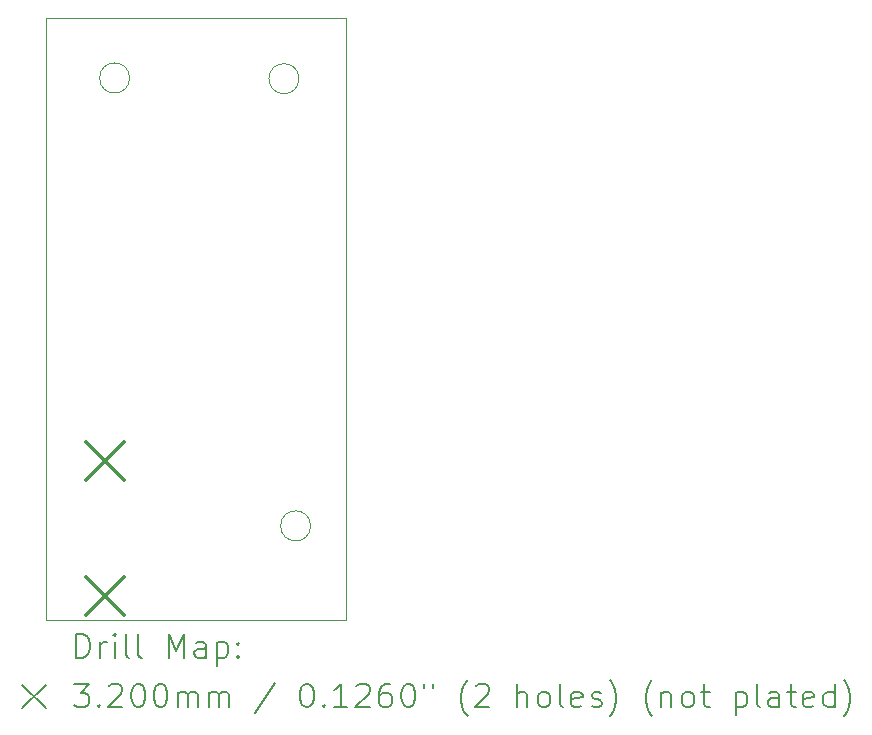
<source format=gbr>
%TF.GenerationSoftware,KiCad,Pcbnew,7.0.9*%
%TF.CreationDate,2023-12-13T17:14:32-05:00*%
%TF.ProjectId,Light Pcb,4c696768-7420-4506-9362-2e6b69636164,rev?*%
%TF.SameCoordinates,Original*%
%TF.FileFunction,Drillmap*%
%TF.FilePolarity,Positive*%
%FSLAX45Y45*%
G04 Gerber Fmt 4.5, Leading zero omitted, Abs format (unit mm)*
G04 Created by KiCad (PCBNEW 7.0.9) date 2023-12-13 17:14:32*
%MOMM*%
%LPD*%
G01*
G04 APERTURE LIST*
%ADD10C,0.100000*%
%ADD11C,0.200000*%
%ADD12C,0.320000*%
G04 APERTURE END LIST*
D10*
X11129000Y-8996000D02*
G75*
G03*
X11129000Y-8996000I-127000J0D01*
G01*
X11030000Y-5210000D02*
G75*
G03*
X11030000Y-5210000I-127000J0D01*
G01*
X9596000Y-5204000D02*
G75*
G03*
X9596000Y-5204000I-127000J0D01*
G01*
X8890000Y-4699000D02*
X11430000Y-4699000D01*
X11430000Y-9796000D01*
X8890000Y-9796000D01*
X8890000Y-4699000D01*
D11*
D12*
X9230000Y-8287750D02*
X9550000Y-8607750D01*
X9550000Y-8287750D02*
X9230000Y-8607750D01*
X9230000Y-9430750D02*
X9550000Y-9750750D01*
X9550000Y-9430750D02*
X9230000Y-9750750D01*
D11*
X9145777Y-10112484D02*
X9145777Y-9912484D01*
X9145777Y-9912484D02*
X9193396Y-9912484D01*
X9193396Y-9912484D02*
X9221967Y-9922008D01*
X9221967Y-9922008D02*
X9241015Y-9941055D01*
X9241015Y-9941055D02*
X9250539Y-9960103D01*
X9250539Y-9960103D02*
X9260063Y-9998198D01*
X9260063Y-9998198D02*
X9260063Y-10026770D01*
X9260063Y-10026770D02*
X9250539Y-10064865D01*
X9250539Y-10064865D02*
X9241015Y-10083912D01*
X9241015Y-10083912D02*
X9221967Y-10102960D01*
X9221967Y-10102960D02*
X9193396Y-10112484D01*
X9193396Y-10112484D02*
X9145777Y-10112484D01*
X9345777Y-10112484D02*
X9345777Y-9979150D01*
X9345777Y-10017246D02*
X9355301Y-9998198D01*
X9355301Y-9998198D02*
X9364824Y-9988674D01*
X9364824Y-9988674D02*
X9383872Y-9979150D01*
X9383872Y-9979150D02*
X9402920Y-9979150D01*
X9469586Y-10112484D02*
X9469586Y-9979150D01*
X9469586Y-9912484D02*
X9460063Y-9922008D01*
X9460063Y-9922008D02*
X9469586Y-9931531D01*
X9469586Y-9931531D02*
X9479110Y-9922008D01*
X9479110Y-9922008D02*
X9469586Y-9912484D01*
X9469586Y-9912484D02*
X9469586Y-9931531D01*
X9593396Y-10112484D02*
X9574348Y-10102960D01*
X9574348Y-10102960D02*
X9564824Y-10083912D01*
X9564824Y-10083912D02*
X9564824Y-9912484D01*
X9698158Y-10112484D02*
X9679110Y-10102960D01*
X9679110Y-10102960D02*
X9669586Y-10083912D01*
X9669586Y-10083912D02*
X9669586Y-9912484D01*
X9926729Y-10112484D02*
X9926729Y-9912484D01*
X9926729Y-9912484D02*
X9993396Y-10055341D01*
X9993396Y-10055341D02*
X10060063Y-9912484D01*
X10060063Y-9912484D02*
X10060063Y-10112484D01*
X10241015Y-10112484D02*
X10241015Y-10007722D01*
X10241015Y-10007722D02*
X10231491Y-9988674D01*
X10231491Y-9988674D02*
X10212444Y-9979150D01*
X10212444Y-9979150D02*
X10174348Y-9979150D01*
X10174348Y-9979150D02*
X10155301Y-9988674D01*
X10241015Y-10102960D02*
X10221967Y-10112484D01*
X10221967Y-10112484D02*
X10174348Y-10112484D01*
X10174348Y-10112484D02*
X10155301Y-10102960D01*
X10155301Y-10102960D02*
X10145777Y-10083912D01*
X10145777Y-10083912D02*
X10145777Y-10064865D01*
X10145777Y-10064865D02*
X10155301Y-10045817D01*
X10155301Y-10045817D02*
X10174348Y-10036293D01*
X10174348Y-10036293D02*
X10221967Y-10036293D01*
X10221967Y-10036293D02*
X10241015Y-10026770D01*
X10336253Y-9979150D02*
X10336253Y-10179150D01*
X10336253Y-9988674D02*
X10355301Y-9979150D01*
X10355301Y-9979150D02*
X10393396Y-9979150D01*
X10393396Y-9979150D02*
X10412444Y-9988674D01*
X10412444Y-9988674D02*
X10421967Y-9998198D01*
X10421967Y-9998198D02*
X10431491Y-10017246D01*
X10431491Y-10017246D02*
X10431491Y-10074389D01*
X10431491Y-10074389D02*
X10421967Y-10093436D01*
X10421967Y-10093436D02*
X10412444Y-10102960D01*
X10412444Y-10102960D02*
X10393396Y-10112484D01*
X10393396Y-10112484D02*
X10355301Y-10112484D01*
X10355301Y-10112484D02*
X10336253Y-10102960D01*
X10517205Y-10093436D02*
X10526729Y-10102960D01*
X10526729Y-10102960D02*
X10517205Y-10112484D01*
X10517205Y-10112484D02*
X10507682Y-10102960D01*
X10507682Y-10102960D02*
X10517205Y-10093436D01*
X10517205Y-10093436D02*
X10517205Y-10112484D01*
X10517205Y-9988674D02*
X10526729Y-9998198D01*
X10526729Y-9998198D02*
X10517205Y-10007722D01*
X10517205Y-10007722D02*
X10507682Y-9998198D01*
X10507682Y-9998198D02*
X10517205Y-9988674D01*
X10517205Y-9988674D02*
X10517205Y-10007722D01*
X8685000Y-10341000D02*
X8885000Y-10541000D01*
X8885000Y-10341000D02*
X8685000Y-10541000D01*
X9126729Y-10332484D02*
X9250539Y-10332484D01*
X9250539Y-10332484D02*
X9183872Y-10408674D01*
X9183872Y-10408674D02*
X9212444Y-10408674D01*
X9212444Y-10408674D02*
X9231491Y-10418198D01*
X9231491Y-10418198D02*
X9241015Y-10427722D01*
X9241015Y-10427722D02*
X9250539Y-10446770D01*
X9250539Y-10446770D02*
X9250539Y-10494389D01*
X9250539Y-10494389D02*
X9241015Y-10513436D01*
X9241015Y-10513436D02*
X9231491Y-10522960D01*
X9231491Y-10522960D02*
X9212444Y-10532484D01*
X9212444Y-10532484D02*
X9155301Y-10532484D01*
X9155301Y-10532484D02*
X9136253Y-10522960D01*
X9136253Y-10522960D02*
X9126729Y-10513436D01*
X9336253Y-10513436D02*
X9345777Y-10522960D01*
X9345777Y-10522960D02*
X9336253Y-10532484D01*
X9336253Y-10532484D02*
X9326729Y-10522960D01*
X9326729Y-10522960D02*
X9336253Y-10513436D01*
X9336253Y-10513436D02*
X9336253Y-10532484D01*
X9421967Y-10351531D02*
X9431491Y-10342008D01*
X9431491Y-10342008D02*
X9450539Y-10332484D01*
X9450539Y-10332484D02*
X9498158Y-10332484D01*
X9498158Y-10332484D02*
X9517205Y-10342008D01*
X9517205Y-10342008D02*
X9526729Y-10351531D01*
X9526729Y-10351531D02*
X9536253Y-10370579D01*
X9536253Y-10370579D02*
X9536253Y-10389627D01*
X9536253Y-10389627D02*
X9526729Y-10418198D01*
X9526729Y-10418198D02*
X9412444Y-10532484D01*
X9412444Y-10532484D02*
X9536253Y-10532484D01*
X9660063Y-10332484D02*
X9679110Y-10332484D01*
X9679110Y-10332484D02*
X9698158Y-10342008D01*
X9698158Y-10342008D02*
X9707682Y-10351531D01*
X9707682Y-10351531D02*
X9717205Y-10370579D01*
X9717205Y-10370579D02*
X9726729Y-10408674D01*
X9726729Y-10408674D02*
X9726729Y-10456293D01*
X9726729Y-10456293D02*
X9717205Y-10494389D01*
X9717205Y-10494389D02*
X9707682Y-10513436D01*
X9707682Y-10513436D02*
X9698158Y-10522960D01*
X9698158Y-10522960D02*
X9679110Y-10532484D01*
X9679110Y-10532484D02*
X9660063Y-10532484D01*
X9660063Y-10532484D02*
X9641015Y-10522960D01*
X9641015Y-10522960D02*
X9631491Y-10513436D01*
X9631491Y-10513436D02*
X9621967Y-10494389D01*
X9621967Y-10494389D02*
X9612444Y-10456293D01*
X9612444Y-10456293D02*
X9612444Y-10408674D01*
X9612444Y-10408674D02*
X9621967Y-10370579D01*
X9621967Y-10370579D02*
X9631491Y-10351531D01*
X9631491Y-10351531D02*
X9641015Y-10342008D01*
X9641015Y-10342008D02*
X9660063Y-10332484D01*
X9850539Y-10332484D02*
X9869586Y-10332484D01*
X9869586Y-10332484D02*
X9888634Y-10342008D01*
X9888634Y-10342008D02*
X9898158Y-10351531D01*
X9898158Y-10351531D02*
X9907682Y-10370579D01*
X9907682Y-10370579D02*
X9917205Y-10408674D01*
X9917205Y-10408674D02*
X9917205Y-10456293D01*
X9917205Y-10456293D02*
X9907682Y-10494389D01*
X9907682Y-10494389D02*
X9898158Y-10513436D01*
X9898158Y-10513436D02*
X9888634Y-10522960D01*
X9888634Y-10522960D02*
X9869586Y-10532484D01*
X9869586Y-10532484D02*
X9850539Y-10532484D01*
X9850539Y-10532484D02*
X9831491Y-10522960D01*
X9831491Y-10522960D02*
X9821967Y-10513436D01*
X9821967Y-10513436D02*
X9812444Y-10494389D01*
X9812444Y-10494389D02*
X9802920Y-10456293D01*
X9802920Y-10456293D02*
X9802920Y-10408674D01*
X9802920Y-10408674D02*
X9812444Y-10370579D01*
X9812444Y-10370579D02*
X9821967Y-10351531D01*
X9821967Y-10351531D02*
X9831491Y-10342008D01*
X9831491Y-10342008D02*
X9850539Y-10332484D01*
X10002920Y-10532484D02*
X10002920Y-10399150D01*
X10002920Y-10418198D02*
X10012444Y-10408674D01*
X10012444Y-10408674D02*
X10031491Y-10399150D01*
X10031491Y-10399150D02*
X10060063Y-10399150D01*
X10060063Y-10399150D02*
X10079110Y-10408674D01*
X10079110Y-10408674D02*
X10088634Y-10427722D01*
X10088634Y-10427722D02*
X10088634Y-10532484D01*
X10088634Y-10427722D02*
X10098158Y-10408674D01*
X10098158Y-10408674D02*
X10117205Y-10399150D01*
X10117205Y-10399150D02*
X10145777Y-10399150D01*
X10145777Y-10399150D02*
X10164825Y-10408674D01*
X10164825Y-10408674D02*
X10174348Y-10427722D01*
X10174348Y-10427722D02*
X10174348Y-10532484D01*
X10269586Y-10532484D02*
X10269586Y-10399150D01*
X10269586Y-10418198D02*
X10279110Y-10408674D01*
X10279110Y-10408674D02*
X10298158Y-10399150D01*
X10298158Y-10399150D02*
X10326729Y-10399150D01*
X10326729Y-10399150D02*
X10345777Y-10408674D01*
X10345777Y-10408674D02*
X10355301Y-10427722D01*
X10355301Y-10427722D02*
X10355301Y-10532484D01*
X10355301Y-10427722D02*
X10364825Y-10408674D01*
X10364825Y-10408674D02*
X10383872Y-10399150D01*
X10383872Y-10399150D02*
X10412444Y-10399150D01*
X10412444Y-10399150D02*
X10431491Y-10408674D01*
X10431491Y-10408674D02*
X10441015Y-10427722D01*
X10441015Y-10427722D02*
X10441015Y-10532484D01*
X10831491Y-10322960D02*
X10660063Y-10580103D01*
X11088634Y-10332484D02*
X11107682Y-10332484D01*
X11107682Y-10332484D02*
X11126729Y-10342008D01*
X11126729Y-10342008D02*
X11136253Y-10351531D01*
X11136253Y-10351531D02*
X11145777Y-10370579D01*
X11145777Y-10370579D02*
X11155301Y-10408674D01*
X11155301Y-10408674D02*
X11155301Y-10456293D01*
X11155301Y-10456293D02*
X11145777Y-10494389D01*
X11145777Y-10494389D02*
X11136253Y-10513436D01*
X11136253Y-10513436D02*
X11126729Y-10522960D01*
X11126729Y-10522960D02*
X11107682Y-10532484D01*
X11107682Y-10532484D02*
X11088634Y-10532484D01*
X11088634Y-10532484D02*
X11069587Y-10522960D01*
X11069587Y-10522960D02*
X11060063Y-10513436D01*
X11060063Y-10513436D02*
X11050539Y-10494389D01*
X11050539Y-10494389D02*
X11041015Y-10456293D01*
X11041015Y-10456293D02*
X11041015Y-10408674D01*
X11041015Y-10408674D02*
X11050539Y-10370579D01*
X11050539Y-10370579D02*
X11060063Y-10351531D01*
X11060063Y-10351531D02*
X11069587Y-10342008D01*
X11069587Y-10342008D02*
X11088634Y-10332484D01*
X11241015Y-10513436D02*
X11250539Y-10522960D01*
X11250539Y-10522960D02*
X11241015Y-10532484D01*
X11241015Y-10532484D02*
X11231491Y-10522960D01*
X11231491Y-10522960D02*
X11241015Y-10513436D01*
X11241015Y-10513436D02*
X11241015Y-10532484D01*
X11441015Y-10532484D02*
X11326729Y-10532484D01*
X11383872Y-10532484D02*
X11383872Y-10332484D01*
X11383872Y-10332484D02*
X11364825Y-10361055D01*
X11364825Y-10361055D02*
X11345777Y-10380103D01*
X11345777Y-10380103D02*
X11326729Y-10389627D01*
X11517206Y-10351531D02*
X11526729Y-10342008D01*
X11526729Y-10342008D02*
X11545777Y-10332484D01*
X11545777Y-10332484D02*
X11593396Y-10332484D01*
X11593396Y-10332484D02*
X11612444Y-10342008D01*
X11612444Y-10342008D02*
X11621967Y-10351531D01*
X11621967Y-10351531D02*
X11631491Y-10370579D01*
X11631491Y-10370579D02*
X11631491Y-10389627D01*
X11631491Y-10389627D02*
X11621967Y-10418198D01*
X11621967Y-10418198D02*
X11507682Y-10532484D01*
X11507682Y-10532484D02*
X11631491Y-10532484D01*
X11802920Y-10332484D02*
X11764825Y-10332484D01*
X11764825Y-10332484D02*
X11745777Y-10342008D01*
X11745777Y-10342008D02*
X11736253Y-10351531D01*
X11736253Y-10351531D02*
X11717206Y-10380103D01*
X11717206Y-10380103D02*
X11707682Y-10418198D01*
X11707682Y-10418198D02*
X11707682Y-10494389D01*
X11707682Y-10494389D02*
X11717206Y-10513436D01*
X11717206Y-10513436D02*
X11726729Y-10522960D01*
X11726729Y-10522960D02*
X11745777Y-10532484D01*
X11745777Y-10532484D02*
X11783872Y-10532484D01*
X11783872Y-10532484D02*
X11802920Y-10522960D01*
X11802920Y-10522960D02*
X11812444Y-10513436D01*
X11812444Y-10513436D02*
X11821967Y-10494389D01*
X11821967Y-10494389D02*
X11821967Y-10446770D01*
X11821967Y-10446770D02*
X11812444Y-10427722D01*
X11812444Y-10427722D02*
X11802920Y-10418198D01*
X11802920Y-10418198D02*
X11783872Y-10408674D01*
X11783872Y-10408674D02*
X11745777Y-10408674D01*
X11745777Y-10408674D02*
X11726729Y-10418198D01*
X11726729Y-10418198D02*
X11717206Y-10427722D01*
X11717206Y-10427722D02*
X11707682Y-10446770D01*
X11945777Y-10332484D02*
X11964825Y-10332484D01*
X11964825Y-10332484D02*
X11983872Y-10342008D01*
X11983872Y-10342008D02*
X11993396Y-10351531D01*
X11993396Y-10351531D02*
X12002920Y-10370579D01*
X12002920Y-10370579D02*
X12012444Y-10408674D01*
X12012444Y-10408674D02*
X12012444Y-10456293D01*
X12012444Y-10456293D02*
X12002920Y-10494389D01*
X12002920Y-10494389D02*
X11993396Y-10513436D01*
X11993396Y-10513436D02*
X11983872Y-10522960D01*
X11983872Y-10522960D02*
X11964825Y-10532484D01*
X11964825Y-10532484D02*
X11945777Y-10532484D01*
X11945777Y-10532484D02*
X11926729Y-10522960D01*
X11926729Y-10522960D02*
X11917206Y-10513436D01*
X11917206Y-10513436D02*
X11907682Y-10494389D01*
X11907682Y-10494389D02*
X11898158Y-10456293D01*
X11898158Y-10456293D02*
X11898158Y-10408674D01*
X11898158Y-10408674D02*
X11907682Y-10370579D01*
X11907682Y-10370579D02*
X11917206Y-10351531D01*
X11917206Y-10351531D02*
X11926729Y-10342008D01*
X11926729Y-10342008D02*
X11945777Y-10332484D01*
X12088634Y-10332484D02*
X12088634Y-10370579D01*
X12164825Y-10332484D02*
X12164825Y-10370579D01*
X12460063Y-10608674D02*
X12450539Y-10599150D01*
X12450539Y-10599150D02*
X12431491Y-10570579D01*
X12431491Y-10570579D02*
X12421968Y-10551531D01*
X12421968Y-10551531D02*
X12412444Y-10522960D01*
X12412444Y-10522960D02*
X12402920Y-10475341D01*
X12402920Y-10475341D02*
X12402920Y-10437246D01*
X12402920Y-10437246D02*
X12412444Y-10389627D01*
X12412444Y-10389627D02*
X12421968Y-10361055D01*
X12421968Y-10361055D02*
X12431491Y-10342008D01*
X12431491Y-10342008D02*
X12450539Y-10313436D01*
X12450539Y-10313436D02*
X12460063Y-10303912D01*
X12526729Y-10351531D02*
X12536253Y-10342008D01*
X12536253Y-10342008D02*
X12555301Y-10332484D01*
X12555301Y-10332484D02*
X12602920Y-10332484D01*
X12602920Y-10332484D02*
X12621968Y-10342008D01*
X12621968Y-10342008D02*
X12631491Y-10351531D01*
X12631491Y-10351531D02*
X12641015Y-10370579D01*
X12641015Y-10370579D02*
X12641015Y-10389627D01*
X12641015Y-10389627D02*
X12631491Y-10418198D01*
X12631491Y-10418198D02*
X12517206Y-10532484D01*
X12517206Y-10532484D02*
X12641015Y-10532484D01*
X12879110Y-10532484D02*
X12879110Y-10332484D01*
X12964825Y-10532484D02*
X12964825Y-10427722D01*
X12964825Y-10427722D02*
X12955301Y-10408674D01*
X12955301Y-10408674D02*
X12936253Y-10399150D01*
X12936253Y-10399150D02*
X12907682Y-10399150D01*
X12907682Y-10399150D02*
X12888634Y-10408674D01*
X12888634Y-10408674D02*
X12879110Y-10418198D01*
X13088634Y-10532484D02*
X13069587Y-10522960D01*
X13069587Y-10522960D02*
X13060063Y-10513436D01*
X13060063Y-10513436D02*
X13050539Y-10494389D01*
X13050539Y-10494389D02*
X13050539Y-10437246D01*
X13050539Y-10437246D02*
X13060063Y-10418198D01*
X13060063Y-10418198D02*
X13069587Y-10408674D01*
X13069587Y-10408674D02*
X13088634Y-10399150D01*
X13088634Y-10399150D02*
X13117206Y-10399150D01*
X13117206Y-10399150D02*
X13136253Y-10408674D01*
X13136253Y-10408674D02*
X13145777Y-10418198D01*
X13145777Y-10418198D02*
X13155301Y-10437246D01*
X13155301Y-10437246D02*
X13155301Y-10494389D01*
X13155301Y-10494389D02*
X13145777Y-10513436D01*
X13145777Y-10513436D02*
X13136253Y-10522960D01*
X13136253Y-10522960D02*
X13117206Y-10532484D01*
X13117206Y-10532484D02*
X13088634Y-10532484D01*
X13269587Y-10532484D02*
X13250539Y-10522960D01*
X13250539Y-10522960D02*
X13241015Y-10503912D01*
X13241015Y-10503912D02*
X13241015Y-10332484D01*
X13421968Y-10522960D02*
X13402920Y-10532484D01*
X13402920Y-10532484D02*
X13364825Y-10532484D01*
X13364825Y-10532484D02*
X13345777Y-10522960D01*
X13345777Y-10522960D02*
X13336253Y-10503912D01*
X13336253Y-10503912D02*
X13336253Y-10427722D01*
X13336253Y-10427722D02*
X13345777Y-10408674D01*
X13345777Y-10408674D02*
X13364825Y-10399150D01*
X13364825Y-10399150D02*
X13402920Y-10399150D01*
X13402920Y-10399150D02*
X13421968Y-10408674D01*
X13421968Y-10408674D02*
X13431491Y-10427722D01*
X13431491Y-10427722D02*
X13431491Y-10446770D01*
X13431491Y-10446770D02*
X13336253Y-10465817D01*
X13507682Y-10522960D02*
X13526730Y-10532484D01*
X13526730Y-10532484D02*
X13564825Y-10532484D01*
X13564825Y-10532484D02*
X13583872Y-10522960D01*
X13583872Y-10522960D02*
X13593396Y-10503912D01*
X13593396Y-10503912D02*
X13593396Y-10494389D01*
X13593396Y-10494389D02*
X13583872Y-10475341D01*
X13583872Y-10475341D02*
X13564825Y-10465817D01*
X13564825Y-10465817D02*
X13536253Y-10465817D01*
X13536253Y-10465817D02*
X13517206Y-10456293D01*
X13517206Y-10456293D02*
X13507682Y-10437246D01*
X13507682Y-10437246D02*
X13507682Y-10427722D01*
X13507682Y-10427722D02*
X13517206Y-10408674D01*
X13517206Y-10408674D02*
X13536253Y-10399150D01*
X13536253Y-10399150D02*
X13564825Y-10399150D01*
X13564825Y-10399150D02*
X13583872Y-10408674D01*
X13660063Y-10608674D02*
X13669587Y-10599150D01*
X13669587Y-10599150D02*
X13688634Y-10570579D01*
X13688634Y-10570579D02*
X13698158Y-10551531D01*
X13698158Y-10551531D02*
X13707682Y-10522960D01*
X13707682Y-10522960D02*
X13717206Y-10475341D01*
X13717206Y-10475341D02*
X13717206Y-10437246D01*
X13717206Y-10437246D02*
X13707682Y-10389627D01*
X13707682Y-10389627D02*
X13698158Y-10361055D01*
X13698158Y-10361055D02*
X13688634Y-10342008D01*
X13688634Y-10342008D02*
X13669587Y-10313436D01*
X13669587Y-10313436D02*
X13660063Y-10303912D01*
X14021968Y-10608674D02*
X14012444Y-10599150D01*
X14012444Y-10599150D02*
X13993396Y-10570579D01*
X13993396Y-10570579D02*
X13983872Y-10551531D01*
X13983872Y-10551531D02*
X13974349Y-10522960D01*
X13974349Y-10522960D02*
X13964825Y-10475341D01*
X13964825Y-10475341D02*
X13964825Y-10437246D01*
X13964825Y-10437246D02*
X13974349Y-10389627D01*
X13974349Y-10389627D02*
X13983872Y-10361055D01*
X13983872Y-10361055D02*
X13993396Y-10342008D01*
X13993396Y-10342008D02*
X14012444Y-10313436D01*
X14012444Y-10313436D02*
X14021968Y-10303912D01*
X14098158Y-10399150D02*
X14098158Y-10532484D01*
X14098158Y-10418198D02*
X14107682Y-10408674D01*
X14107682Y-10408674D02*
X14126730Y-10399150D01*
X14126730Y-10399150D02*
X14155301Y-10399150D01*
X14155301Y-10399150D02*
X14174349Y-10408674D01*
X14174349Y-10408674D02*
X14183872Y-10427722D01*
X14183872Y-10427722D02*
X14183872Y-10532484D01*
X14307682Y-10532484D02*
X14288634Y-10522960D01*
X14288634Y-10522960D02*
X14279111Y-10513436D01*
X14279111Y-10513436D02*
X14269587Y-10494389D01*
X14269587Y-10494389D02*
X14269587Y-10437246D01*
X14269587Y-10437246D02*
X14279111Y-10418198D01*
X14279111Y-10418198D02*
X14288634Y-10408674D01*
X14288634Y-10408674D02*
X14307682Y-10399150D01*
X14307682Y-10399150D02*
X14336253Y-10399150D01*
X14336253Y-10399150D02*
X14355301Y-10408674D01*
X14355301Y-10408674D02*
X14364825Y-10418198D01*
X14364825Y-10418198D02*
X14374349Y-10437246D01*
X14374349Y-10437246D02*
X14374349Y-10494389D01*
X14374349Y-10494389D02*
X14364825Y-10513436D01*
X14364825Y-10513436D02*
X14355301Y-10522960D01*
X14355301Y-10522960D02*
X14336253Y-10532484D01*
X14336253Y-10532484D02*
X14307682Y-10532484D01*
X14431492Y-10399150D02*
X14507682Y-10399150D01*
X14460063Y-10332484D02*
X14460063Y-10503912D01*
X14460063Y-10503912D02*
X14469587Y-10522960D01*
X14469587Y-10522960D02*
X14488634Y-10532484D01*
X14488634Y-10532484D02*
X14507682Y-10532484D01*
X14726730Y-10399150D02*
X14726730Y-10599150D01*
X14726730Y-10408674D02*
X14745777Y-10399150D01*
X14745777Y-10399150D02*
X14783873Y-10399150D01*
X14783873Y-10399150D02*
X14802920Y-10408674D01*
X14802920Y-10408674D02*
X14812444Y-10418198D01*
X14812444Y-10418198D02*
X14821968Y-10437246D01*
X14821968Y-10437246D02*
X14821968Y-10494389D01*
X14821968Y-10494389D02*
X14812444Y-10513436D01*
X14812444Y-10513436D02*
X14802920Y-10522960D01*
X14802920Y-10522960D02*
X14783873Y-10532484D01*
X14783873Y-10532484D02*
X14745777Y-10532484D01*
X14745777Y-10532484D02*
X14726730Y-10522960D01*
X14936253Y-10532484D02*
X14917206Y-10522960D01*
X14917206Y-10522960D02*
X14907682Y-10503912D01*
X14907682Y-10503912D02*
X14907682Y-10332484D01*
X15098158Y-10532484D02*
X15098158Y-10427722D01*
X15098158Y-10427722D02*
X15088634Y-10408674D01*
X15088634Y-10408674D02*
X15069587Y-10399150D01*
X15069587Y-10399150D02*
X15031492Y-10399150D01*
X15031492Y-10399150D02*
X15012444Y-10408674D01*
X15098158Y-10522960D02*
X15079111Y-10532484D01*
X15079111Y-10532484D02*
X15031492Y-10532484D01*
X15031492Y-10532484D02*
X15012444Y-10522960D01*
X15012444Y-10522960D02*
X15002920Y-10503912D01*
X15002920Y-10503912D02*
X15002920Y-10484865D01*
X15002920Y-10484865D02*
X15012444Y-10465817D01*
X15012444Y-10465817D02*
X15031492Y-10456293D01*
X15031492Y-10456293D02*
X15079111Y-10456293D01*
X15079111Y-10456293D02*
X15098158Y-10446770D01*
X15164825Y-10399150D02*
X15241015Y-10399150D01*
X15193396Y-10332484D02*
X15193396Y-10503912D01*
X15193396Y-10503912D02*
X15202920Y-10522960D01*
X15202920Y-10522960D02*
X15221968Y-10532484D01*
X15221968Y-10532484D02*
X15241015Y-10532484D01*
X15383873Y-10522960D02*
X15364825Y-10532484D01*
X15364825Y-10532484D02*
X15326730Y-10532484D01*
X15326730Y-10532484D02*
X15307682Y-10522960D01*
X15307682Y-10522960D02*
X15298158Y-10503912D01*
X15298158Y-10503912D02*
X15298158Y-10427722D01*
X15298158Y-10427722D02*
X15307682Y-10408674D01*
X15307682Y-10408674D02*
X15326730Y-10399150D01*
X15326730Y-10399150D02*
X15364825Y-10399150D01*
X15364825Y-10399150D02*
X15383873Y-10408674D01*
X15383873Y-10408674D02*
X15393396Y-10427722D01*
X15393396Y-10427722D02*
X15393396Y-10446770D01*
X15393396Y-10446770D02*
X15298158Y-10465817D01*
X15564825Y-10532484D02*
X15564825Y-10332484D01*
X15564825Y-10522960D02*
X15545777Y-10532484D01*
X15545777Y-10532484D02*
X15507682Y-10532484D01*
X15507682Y-10532484D02*
X15488634Y-10522960D01*
X15488634Y-10522960D02*
X15479111Y-10513436D01*
X15479111Y-10513436D02*
X15469587Y-10494389D01*
X15469587Y-10494389D02*
X15469587Y-10437246D01*
X15469587Y-10437246D02*
X15479111Y-10418198D01*
X15479111Y-10418198D02*
X15488634Y-10408674D01*
X15488634Y-10408674D02*
X15507682Y-10399150D01*
X15507682Y-10399150D02*
X15545777Y-10399150D01*
X15545777Y-10399150D02*
X15564825Y-10408674D01*
X15641015Y-10608674D02*
X15650539Y-10599150D01*
X15650539Y-10599150D02*
X15669587Y-10570579D01*
X15669587Y-10570579D02*
X15679111Y-10551531D01*
X15679111Y-10551531D02*
X15688634Y-10522960D01*
X15688634Y-10522960D02*
X15698158Y-10475341D01*
X15698158Y-10475341D02*
X15698158Y-10437246D01*
X15698158Y-10437246D02*
X15688634Y-10389627D01*
X15688634Y-10389627D02*
X15679111Y-10361055D01*
X15679111Y-10361055D02*
X15669587Y-10342008D01*
X15669587Y-10342008D02*
X15650539Y-10313436D01*
X15650539Y-10313436D02*
X15641015Y-10303912D01*
M02*

</source>
